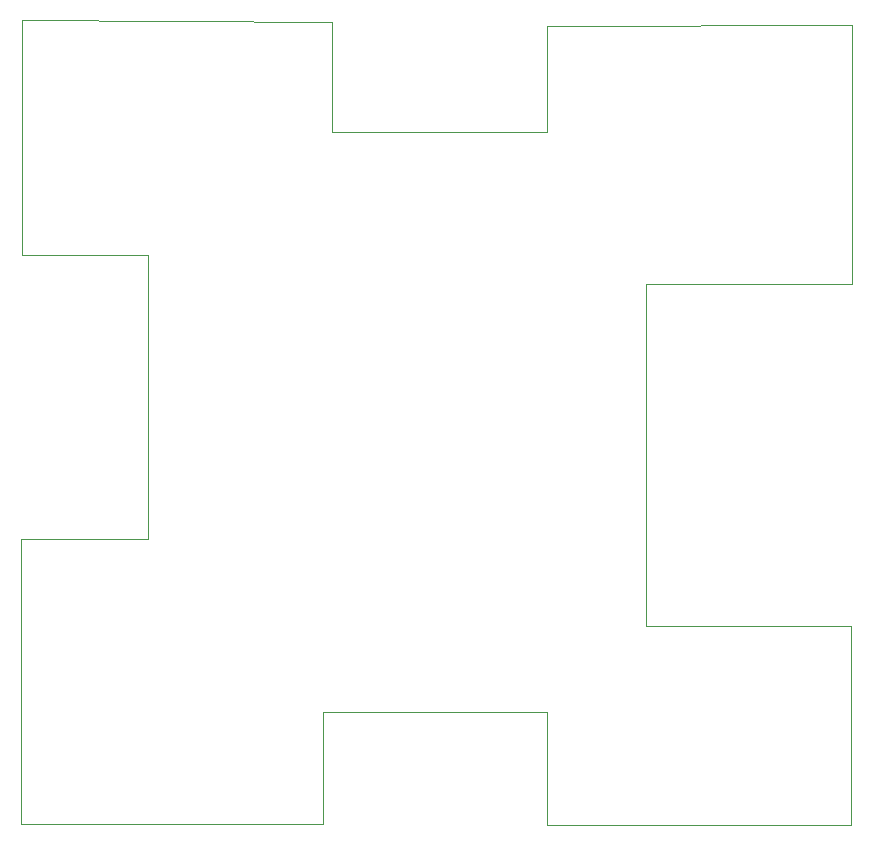
<source format=gbr>
%TF.GenerationSoftware,KiCad,Pcbnew,9.0.2*%
%TF.CreationDate,2025-06-18T12:47:49+02:00*%
%TF.ProjectId,cd30 Luftsensor Projekt ,63643330-204c-4756-9674-73656e736f72,rev?*%
%TF.SameCoordinates,Original*%
%TF.FileFunction,Profile,NP*%
%FSLAX46Y46*%
G04 Gerber Fmt 4.6, Leading zero omitted, Abs format (unit mm)*
G04 Created by KiCad (PCBNEW 9.0.2) date 2025-06-18 12:47:49*
%MOMM*%
%LPD*%
G01*
G04 APERTURE LIST*
%TA.AperFunction,Profile*%
%ADD10C,0.050000*%
%TD*%
G04 APERTURE END LIST*
D10*
X141300000Y-106450000D02*
X115700000Y-106450000D01*
X142050000Y-38525000D02*
X142050000Y-47850000D01*
X160225000Y-47850000D02*
X160225000Y-38875000D01*
X160250000Y-106500000D02*
X160250000Y-96950000D01*
X115700000Y-82325000D02*
X126450000Y-82325000D01*
X126450000Y-58250000D02*
X115750000Y-58250000D01*
X115750000Y-58250000D02*
X115750000Y-38375000D01*
X186050000Y-60725000D02*
X168600000Y-60725000D01*
X115750000Y-38375000D02*
X142050000Y-38525000D01*
X141300000Y-96950000D02*
X141300000Y-106450000D01*
X160225000Y-38875000D02*
X186050000Y-38825000D01*
X142050000Y-47850000D02*
X160225000Y-47850000D01*
X160250000Y-96950000D02*
X141300000Y-96950000D01*
X115700000Y-106450000D02*
X115700000Y-82325000D01*
X126450000Y-82325000D02*
X126450000Y-58250000D01*
X168600000Y-60725000D02*
X168600000Y-89725000D01*
X185975000Y-106500000D02*
X160250000Y-106500000D01*
X185975000Y-89725000D02*
X185975000Y-106500000D01*
X168600000Y-89725000D02*
X185975000Y-89725000D01*
X186050000Y-38825000D02*
X186050000Y-60725000D01*
M02*

</source>
